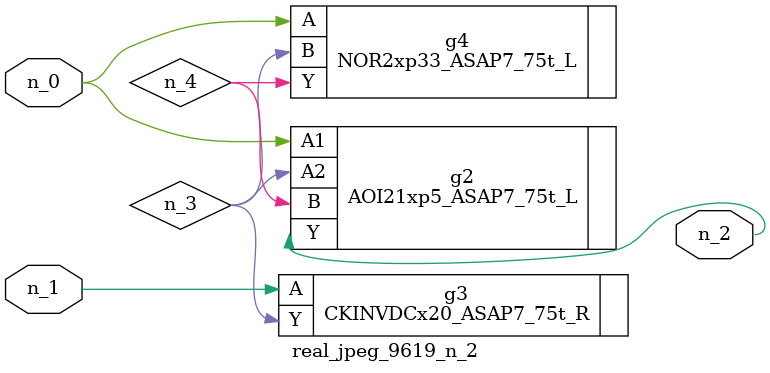
<source format=v>
module real_jpeg_9619_n_2 (n_1, n_0, n_2);

input n_1;
input n_0;

output n_2;

wire n_4;
wire n_3;

AOI21xp5_ASAP7_75t_L g2 ( 
.A1(n_0),
.A2(n_3),
.B(n_4),
.Y(n_2)
);

NOR2xp33_ASAP7_75t_L g4 ( 
.A(n_0),
.B(n_3),
.Y(n_4)
);

CKINVDCx20_ASAP7_75t_R g3 ( 
.A(n_1),
.Y(n_3)
);


endmodule
</source>
